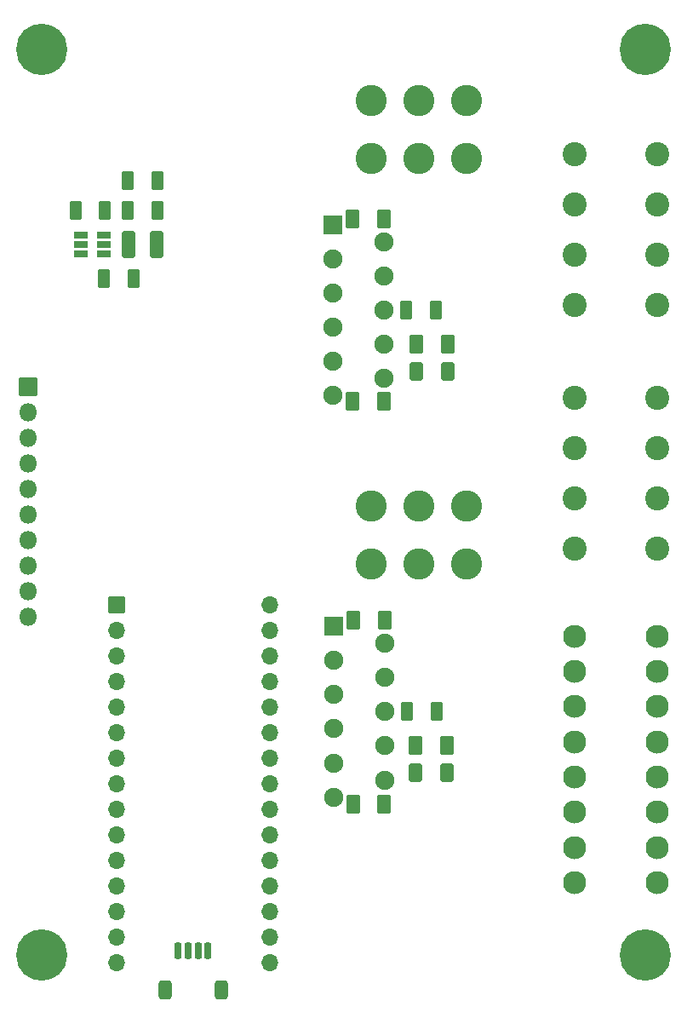
<source format=gbr>
%TF.GenerationSoftware,KiCad,Pcbnew,7.0.9*%
%TF.CreationDate,2024-02-10T00:09:35-05:00*%
%TF.ProjectId,BREAD_Slice,42524541-445f-4536-9c69-63652e6b6963,rev?*%
%TF.SameCoordinates,PX74eba40PY8552dc0*%
%TF.FileFunction,Soldermask,Bot*%
%TF.FilePolarity,Negative*%
%FSLAX46Y46*%
G04 Gerber Fmt 4.6, Leading zero omitted, Abs format (unit mm)*
G04 Created by KiCad (PCBNEW 7.0.9) date 2024-02-10 00:09:35*
%MOMM*%
%LPD*%
G01*
G04 APERTURE LIST*
G04 Aperture macros list*
%AMRoundRect*
0 Rectangle with rounded corners*
0 $1 Rounding radius*
0 $2 $3 $4 $5 $6 $7 $8 $9 X,Y pos of 4 corners*
0 Add a 4 corners polygon primitive as box body*
4,1,4,$2,$3,$4,$5,$6,$7,$8,$9,$2,$3,0*
0 Add four circle primitives for the rounded corners*
1,1,$1+$1,$2,$3*
1,1,$1+$1,$4,$5*
1,1,$1+$1,$6,$7*
1,1,$1+$1,$8,$9*
0 Add four rect primitives between the rounded corners*
20,1,$1+$1,$2,$3,$4,$5,0*
20,1,$1+$1,$4,$5,$6,$7,0*
20,1,$1+$1,$6,$7,$8,$9,0*
20,1,$1+$1,$8,$9,$2,$3,0*%
G04 Aperture macros list end*
%ADD10C,2.400000*%
%ADD11RoundRect,0.200000X-0.512500X-0.150000X0.512500X-0.150000X0.512500X0.150000X-0.512500X0.150000X0*%
%ADD12C,5.100000*%
%ADD13RoundRect,0.050000X-0.800000X-0.800000X0.800000X-0.800000X0.800000X0.800000X-0.800000X0.800000X0*%
%ADD14O,1.700000X1.700000*%
%ADD15RoundRect,0.050000X-0.850000X-0.850000X0.850000X-0.850000X0.850000X0.850000X-0.850000X0.850000X0*%
%ADD16O,1.800000X1.800000*%
%ADD17RoundRect,0.050000X-0.900000X0.900000X-0.900000X-0.900000X0.900000X-0.900000X0.900000X0.900000X0*%
%ADD18O,1.900000X1.900000*%
%ADD19C,2.300000*%
%ADD20C,3.100000*%
%ADD21RoundRect,0.300000X0.412500X0.650000X-0.412500X0.650000X-0.412500X-0.650000X0.412500X-0.650000X0*%
%ADD22RoundRect,0.300000X-0.325000X-0.650000X0.325000X-0.650000X0.325000X0.650000X-0.325000X0.650000X0*%
%ADD23RoundRect,0.200000X0.150000X0.625000X-0.150000X0.625000X-0.150000X-0.625000X0.150000X-0.625000X0*%
%ADD24RoundRect,0.300000X0.350000X0.650000X-0.350000X0.650000X-0.350000X-0.650000X0.350000X-0.650000X0*%
%ADD25RoundRect,0.300000X-0.400000X-0.625000X0.400000X-0.625000X0.400000X0.625000X-0.400000X0.625000X0*%
%ADD26RoundRect,0.300000X-0.375000X-1.075000X0.375000X-1.075000X0.375000X1.075000X-0.375000X1.075000X0*%
%ADD27RoundRect,0.300000X0.325000X0.650000X-0.325000X0.650000X-0.325000X-0.650000X0.325000X-0.650000X0*%
%ADD28RoundRect,0.300000X-0.412500X-0.650000X0.412500X-0.650000X0.412500X0.650000X-0.412500X0.650000X0*%
G04 APERTURE END LIST*
D10*
%TO.C,J11*%
X58000000Y69600000D03*
X66200000Y69600000D03*
%TD*%
%TO.C,J17*%
X58000000Y45400000D03*
X66200000Y45400000D03*
%TD*%
D11*
%TO.C,U2*%
X11137500Y74650000D03*
X11137500Y75600000D03*
X11137500Y76550000D03*
X8862500Y76550000D03*
X8862500Y75600000D03*
X8862500Y74650000D03*
%TD*%
D12*
%TO.C,H1*%
X5000000Y95000000D03*
%TD*%
%TO.C,H2*%
X65000000Y95000000D03*
%TD*%
%TO.C,H3*%
X5000000Y5000000D03*
%TD*%
%TO.C,H4*%
X65000000Y5000000D03*
%TD*%
D13*
%TO.C,A1*%
X12400000Y39800000D03*
D14*
X12400000Y37260000D03*
X12400000Y34720000D03*
X12400000Y32180000D03*
X12400000Y29640000D03*
X12400000Y27100000D03*
X12400000Y24560000D03*
X12400000Y22020000D03*
X12400000Y19480000D03*
X12400000Y16940000D03*
X12400000Y14400000D03*
X12400000Y11860000D03*
X12400000Y9320000D03*
X12400000Y6780000D03*
X12400000Y4240000D03*
X27640000Y4240000D03*
X27640000Y6780000D03*
X27640000Y9320000D03*
X27640000Y11860000D03*
X27640000Y14400000D03*
X27640000Y16940000D03*
X27640000Y19480000D03*
X27640000Y22020000D03*
X27640000Y24560000D03*
X27640000Y27100000D03*
X27640000Y29640000D03*
X27640000Y32180000D03*
X27640000Y34720000D03*
X27640000Y37260000D03*
X27640000Y39800000D03*
%TD*%
D15*
%TO.C,J1*%
X3600000Y61450000D03*
D16*
X3600000Y58910000D03*
X3600000Y56370000D03*
X3600000Y53830000D03*
X3600000Y51290000D03*
X3600000Y48750000D03*
X3600000Y46210000D03*
X3600000Y43670000D03*
X3600000Y41130000D03*
X3600000Y38590000D03*
%TD*%
D17*
%TO.C,U3*%
X34000000Y37700000D03*
D18*
X39080000Y36000000D03*
X34000000Y34300000D03*
X39080000Y32600000D03*
X34000000Y30900000D03*
X39080000Y29200000D03*
X34000000Y27500000D03*
X39080000Y25800000D03*
X34000000Y24100000D03*
X39080000Y22400000D03*
X34000000Y20700000D03*
%TD*%
D10*
%TO.C,J13*%
X58000000Y79600000D03*
X66200000Y79600000D03*
%TD*%
D17*
%TO.C,U1*%
X33965000Y77600000D03*
D18*
X39045000Y75900000D03*
X33965000Y74200000D03*
X39045000Y72500000D03*
X33965000Y70800000D03*
X39045000Y69100000D03*
X33965000Y67400000D03*
X39045000Y65700000D03*
X33965000Y64000000D03*
X39045000Y62300000D03*
X33965000Y60600000D03*
%TD*%
D10*
%TO.C,J14*%
X58000000Y60400000D03*
X66200000Y60400000D03*
%TD*%
%TO.C,J12*%
X58000000Y84600000D03*
X66200000Y84600000D03*
%TD*%
D19*
%TO.C,J8*%
X58000000Y29700000D03*
X66200000Y29700000D03*
%TD*%
%TO.C,J4*%
X58000000Y15700000D03*
X66200000Y15700000D03*
%TD*%
%TO.C,J3*%
X58000000Y19200000D03*
X66200000Y19200000D03*
%TD*%
D20*
%TO.C,SW2*%
X37700000Y43900000D03*
X37700000Y49600000D03*
X42450000Y43900000D03*
X42450000Y49600000D03*
X47200000Y43900000D03*
X47200000Y49600000D03*
%TD*%
D19*
%TO.C,J2*%
X58000000Y22700000D03*
X66200000Y22700000D03*
%TD*%
%TO.C,J6*%
X58000000Y36700000D03*
X66200000Y36700000D03*
%TD*%
D10*
%TO.C,J15*%
X58000000Y55400000D03*
X66200000Y55400000D03*
%TD*%
%TO.C,J10*%
X58000000Y74600000D03*
X66200000Y74600000D03*
%TD*%
%TO.C,J16*%
X58000000Y50400000D03*
X66200000Y50400000D03*
%TD*%
D19*
%TO.C,J9*%
X58000000Y26200000D03*
X66200000Y26200000D03*
%TD*%
%TO.C,J7*%
X58000000Y33200000D03*
X66200000Y33200000D03*
%TD*%
%TO.C,J5*%
X58000000Y12200000D03*
X66200000Y12200000D03*
%TD*%
D20*
%TO.C,SW1*%
X37700000Y84200000D03*
X37700000Y89900000D03*
X42450000Y84200000D03*
X42450000Y89900000D03*
X47200000Y84200000D03*
X47200000Y89900000D03*
%TD*%
D21*
%TO.C,C6*%
X39027500Y78200000D03*
X35902500Y78200000D03*
%TD*%
D22*
%TO.C,C5*%
X13525000Y79000000D03*
X16475000Y79000000D03*
%TD*%
%TO.C,C7*%
X13525000Y82000000D03*
X16475000Y82000000D03*
%TD*%
D23*
%TO.C,J18*%
X21510000Y5400000D03*
X20510000Y5400000D03*
X19510000Y5400000D03*
X18510000Y5400000D03*
D24*
X17210000Y1525000D03*
X22810000Y1525000D03*
%TD*%
D25*
%TO.C,R1*%
X42250000Y63000000D03*
X45350000Y63000000D03*
%TD*%
D21*
%TO.C,C9*%
X39105000Y38300000D03*
X35980000Y38300000D03*
%TD*%
D26*
%TO.C,L1*%
X13600000Y75600000D03*
X16400000Y75600000D03*
%TD*%
D27*
%TO.C,C1*%
X8325000Y79000000D03*
X11275000Y79000000D03*
%TD*%
D25*
%TO.C,R2*%
X42150000Y23100000D03*
X45250000Y23100000D03*
%TD*%
D28*
%TO.C,C10*%
X35917500Y20000000D03*
X39042500Y20000000D03*
%TD*%
D22*
%TO.C,C3*%
X41305000Y29200000D03*
X44255000Y29200000D03*
%TD*%
D28*
%TO.C,C11*%
X42137500Y25800000D03*
X45262500Y25800000D03*
%TD*%
D22*
%TO.C,C2*%
X41190000Y69100000D03*
X44140000Y69100000D03*
%TD*%
D27*
%TO.C,C4*%
X11125000Y72200000D03*
X14075000Y72200000D03*
%TD*%
D28*
%TO.C,C8*%
X35902500Y60000000D03*
X39027500Y60000000D03*
%TD*%
%TO.C,C12*%
X42237500Y65700000D03*
X45362500Y65700000D03*
%TD*%
M02*

</source>
